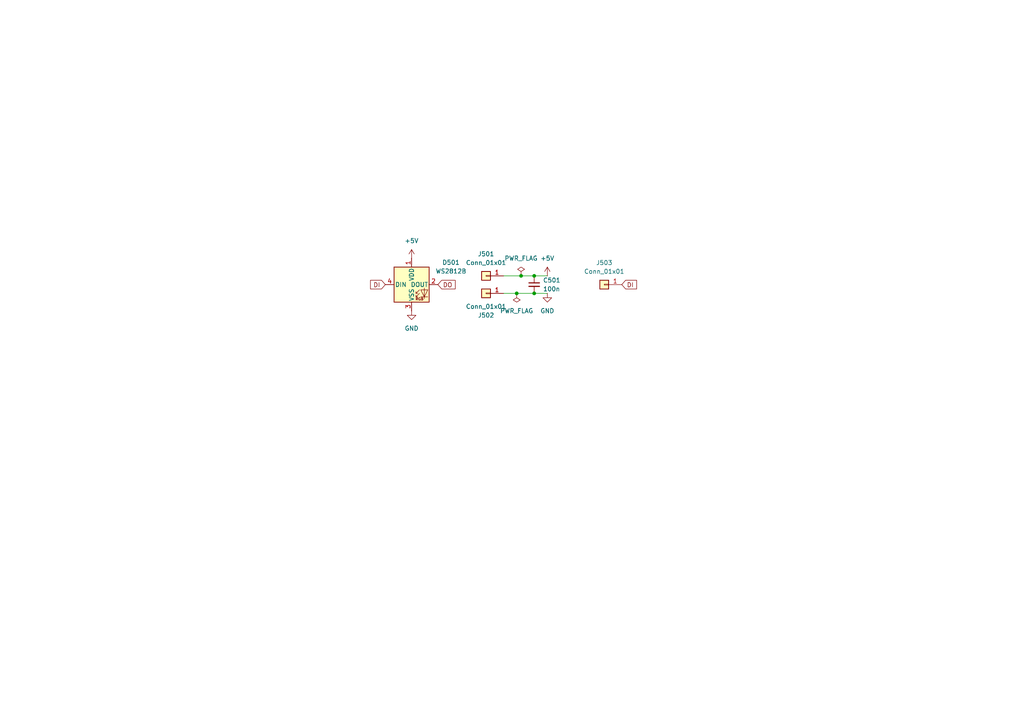
<source format=kicad_sch>
(kicad_sch (version 20250114) (generator "eeschema") (generator_version "9.0")
  (paper "A4")
  (lib_symbols
    (symbol "Connector_Generic:Conn_01x01" (pin_names (offset 1.016) (hide yes))
      (property "Reference" "J" (at 0 2.54 0))
      (property "Value" "Conn_01x01" (at 0 -2.54 0))
      (symbol "Conn_01x01_1_1"
        (rectangle (start -1.27 1.27) (end 1.27 -1.27) (stroke (width 0.254)) (fill (type background)))
        (rectangle (start -1.27 0.127) (end 0 -0.127) (stroke (width 0.1524)))
        (pin passive line (at -5.08 0 0) (length 3.81) (name "Pin_1") (number "1"))
      )
    )
    (symbol "Device:C_Small" (pin_numbers (hide yes)) (pin_names (offset 0.254) (hide yes))
      (property "Reference" "C" (at 0.254 1.778 0))
      (property "Value" "C_Small" (at 0.254 -2.032 0))
      (symbol "C_Small_0_1"
        (polyline (pts (xy -1.524 0.508) (xy 1.524 0.508)) (stroke (width 0.3048)))
        (polyline (pts (xy -1.524 -0.508) (xy 1.524 -0.508)) (stroke (width 0.3302)))
      )
      (symbol "C_Small_1_1"
        (pin passive line (at 0 2.54 270) (length 2.032) (name "~") (number "1"))
        (pin passive line (at 0 -2.54 90) (length 2.032) (name "~") (number "2"))
      )
    )
    (symbol "LED:WS2812B" (pin_names (offset 0.254))
      (property "Reference" "D" (at 5.08 5.715 0))
      (property "Value" "WS2812B" (at 1.27 -5.715 0))
      (symbol "WS2812B_0_0"
        (text "RGB" (at 2.286 -4.191 0) (effects (font (size 0.762 0.762))))
      )
      (symbol "WS2812B_0_1"
        (polyline (pts (xy 1.27 -2.54) (xy 1.778 -2.54)))
        (polyline (pts (xy 1.27 -3.556) (xy 1.778 -3.556)))
        (polyline (pts (xy 2.286 -1.524) (xy 1.27 -2.54) (xy 1.27 -2.032)))
        (polyline (pts (xy 2.286 -2.54) (xy 1.27 -3.556) (xy 1.27 -3.048)))
        (polyline (pts (xy 3.683 -1.016) (xy 3.683 -3.556) (xy 3.683 -4.064)))
        (polyline (pts (xy 4.699 -1.524) (xy 2.667 -1.524) (xy 3.683 -3.556) (xy 4.699 -1.524)))
        (polyline (pts (xy 4.699 -3.556) (xy 2.667 -3.556)))
        (rectangle (start 5.08 5.08) (end -5.08 -5.08) (stroke (width 0.254)) (fill (type background)))
      )
      (symbol "WS2812B_1_1"
        (pin input line (at -7.62 0 0) (length 2.54) (name "DIN") (number "4"))
        (pin power_in line (at 0 7.62 270) (length 2.54) (name "VDD") (number "1"))
        (pin power_in line (at 0 -7.62 90) (length 2.54) (name "VSS") (number "3"))
        (pin output line (at 7.62 0 180) (length 2.54) (name "DOUT") (number "2"))
      )
    )
    (symbol "power:+5V" (power) (pin_numbers (hide yes)) (pin_names (offset 0) (hide yes))
      (property "Value" "+5V" (at 0 3.556 0))
      (symbol "+5V_0_1"
        (polyline (pts (xy -0.762 1.27) (xy 0 2.54)))
        (polyline (pts (xy 0 2.54) (xy 0.762 1.27)))
        (polyline (pts (xy 0 0) (xy 0 2.54)))
      )
      (symbol "+5V_1_1"
        (pin power_in line (at 0 0 90) (length 0) (name "~") (number "1"))
      )
    )
    (symbol "power:GND" (power) (pin_numbers (hide yes)) (pin_names (offset 0) (hide yes))
      (property "Value" "GND" (at 0 -3.81 0))
      (symbol "GND_0_1"
        (polyline (pts (xy 0 0) (xy 0 -1.27) (xy 1.27 -1.27) (xy 0 -2.54) (xy -1.27 -1.27) (xy 0 -1.27)))
      )
      (symbol "GND_1_1"
        (pin power_in line (at 0 0 270) (length 0) (name "~") (number "1"))
      )
    )
    (symbol "power:PWR_FLAG" (power) (pin_numbers (hide yes)) (pin_names (offset 0) (hide yes))
      (property "Value" "PWR_FLAG" (at 0 3.81 0))
      (symbol "PWR_FLAG_0_0"
        (pin power_out line (at 0 0 90) (length 0) (name "~") (number "1"))
      )
      (symbol "PWR_FLAG_0_1"
        (polyline (pts (xy 0 0) (xy 0 1.27) (xy -1.016 1.905) (xy 0 2.54) (xy 1.016 1.905) (xy 0 1.27)))
      )
    )
  )
  (junction (at 154.94 85.09))
  (junction (at 154.94 80.01))
  (junction (at 151.13 80.01))
  (junction (at 149.86 85.09))
  (wire (pts (xy 154.94 80.01) (xy 158.75 80.01)))
  (wire (pts (xy 146.05 80.01) (xy 151.13 80.01)))
  (wire (pts (xy 149.86 85.09) (xy 146.05 85.09)))
  (wire (pts (xy 154.94 85.09) (xy 158.75 85.09)))
  (wire (pts (xy 151.13 80.01) (xy 154.94 80.01)))
  (wire (pts (xy 149.86 85.09) (xy 154.94 85.09)))
  (global_label "DI" (shape input) (at 180.34 82.55 0) (property "Intersheetrefs" "${INTERSHEET_REFS}" (effects (hide yes))))
  (global_label "DO" (shape input) (at 127 82.55 0) (property "Intersheetrefs" "${INTERSHEET_REFS}" (effects (hide yes))))
  (global_label "DI" (shape input) (at 111.76 82.55 180) (property "Intersheetrefs" "${INTERSHEET_REFS}" (effects (hide yes))))
  (symbol (lib_id "Connector_Generic:Conn_01x01") (at 140.97 85.09 0) (mirror y) (unit 1)
    (property "Reference" "J202" (at 140.97 91.44 0))
    (property "Value" "Conn_01x01" (at 140.97 88.9 0))
    (property "Footprint" "Connector_Wire:SolderWirePad_1x01_SMD_1.5x3mm" (effects (hide yes)))
    (property "Description" "Generic connector, single row, 01x01, script generated (kicad-library-utils/schlib/autogen/connector/)" (effects (hide yes)))
    (instances (project "PCB_Neopixel" (path "" (reference "J502") (unit 1)) (path "" (reference "J602") (unit 1)) (path "" (reference "J1002") (unit 1)) (path "" (reference "J302") (unit 1)) (path "" (reference "J702") (unit 1)) (path "" (reference "J402") (unit 1)) (path "" (reference "J202") (unit 1)) (path "" (reference "J902") (unit 1)) (path "" (reference "J1102") (unit 1)) (path "" (reference "J802") (unit 1))))
  )
  (symbol (lib_id "Connector_Generic:Conn_01x01") (at 140.97 80.01 180) (unit 1)
    (property "Reference" "J201" (at 140.97 73.66 0))
    (property "Value" "Conn_01x01" (at 140.97 76.2 0))
    (property "Footprint" "Connector_Wire:SolderWirePad_1x01_SMD_1.5x3mm" (effects (hide yes)))
    (property "Description" "Generic connector, single row, 01x01, script generated (kicad-library-utils/schlib/autogen/connector/)" (effects (hide yes)))
    (instances (project "PCB_Neopixel" (path "" (reference "J501") (unit 1)) (path "" (reference "J601") (unit 1)) (path "" (reference "J1001") (unit 1)) (path "" (reference "J301") (unit 1)) (path "" (reference "J701") (unit 1)) (path "" (reference "J401") (unit 1)) (path "" (reference "J201") (unit 1)) (path "" (reference "J901") (unit 1)) (path "" (reference "J1101") (unit 1)) (path "" (reference "J801") (unit 1))))
  )
  (symbol (lib_id "Connector_Generic:Conn_01x01") (at 175.26 82.55 180) (unit 1)
    (property "Reference" "J203" (at 175.26 76.2 0))
    (property "Value" "Conn_01x01" (at 175.26 78.74 0))
    (property "Footprint" "Connector_Wire:SolderWirePad_1x01_SMD_1.5x3mm" (effects (hide yes)))
    (property "Description" "Generic connector, single row, 01x01, script generated (kicad-library-utils/schlib/autogen/connector/)" (effects (hide yes)))
    (instances (project "PCB_Neopixel" (path "" (reference "J503") (unit 1)) (path "" (reference "J603") (unit 1)) (path "" (reference "J1003") (unit 1)) (path "" (reference "J303") (unit 1)) (path "" (reference "J703") (unit 1)) (path "" (reference "J403") (unit 1)) (path "" (reference "J203") (unit 1)) (path "" (reference "J903") (unit 1)) (path "" (reference "J1103") (unit 1)) (path "" (reference "J803") (unit 1))))
  )
  (symbol (lib_id "power:GND") (at 158.75 85.09 0) (unit 1)
    (property "Reference" "#PWR0204" (effects (hide yes)))
    (property "Value" "GND" (at 158.75 90.17 0))
    (property "Description" "Power symbol creates a global label with name \"GND\" , ground" (effects (hide yes)))
    (instances (project "PCB_Neopixel" (path "" (reference "#PWR0504") (unit 1)) (path "" (reference "#PWR0604") (unit 1)) (path "" (reference "#PWR01004") (unit 1)) (path "" (reference "#PWR0304") (unit 1)) (path "" (reference "#PWR0704") (unit 1)) (path "" (reference "#PWR0404") (unit 1)) (path "" (reference "#PWR0204") (unit 1)) (path "" (reference "#PWR0904") (unit 1)) (path "" (reference "#PWR01104") (unit 1)) (path "" (reference "#PWR0804") (unit 1))))
  )
  (symbol (lib_id "LED:WS2812B") (at 119.38 82.55 0) (unit 1)
    (property "Reference" "D201" (at 130.81 76.1298 0))
    (property "Value" "WS2812B" (at 130.81 78.6698 0))
    (property "Footprint" "LED_SMD:LED_WS2812B_PLCC4_5.0x5.0mm_P3.2mm" (effects (hide yes)))
    (property "Datasheet" "https://cdn-shop.adafruit.com/datasheets/WS2812B.pdf" (effects (hide yes)))
    (property "Description" "RGB LED with integrated controller" (effects (hide yes)))
    (instances (project "PCB_Neopixel" (path "" (reference "D501") (unit 1)) (path "" (reference "D601") (unit 1)) (path "" (reference "D1001") (unit 1)) (path "" (reference "D301") (unit 1)) (path "" (reference "D701") (unit 1)) (path "" (reference "D401") (unit 1)) (path "" (reference "D201") (unit 1)) (path "" (reference "D901") (unit 1)) (path "" (reference "D1101") (unit 1)) (path "" (reference "D801") (unit 1))))
  )
  (symbol (lib_id "power:+5V") (at 158.75 80.01 0) (unit 1)
    (property "Reference" "#PWR0203" (effects (hide yes)))
    (property "Value" "+5V" (at 158.75 74.93 0))
    (property "Description" "Power symbol creates a global label with name \"+5V\"" (effects (hide yes)))
    (instances (project "PCB_Neopixel" (path "" (reference "#PWR0503") (unit 1)) (path "" (reference "#PWR0603") (unit 1)) (path "" (reference "#PWR01003") (unit 1)) (path "" (reference "#PWR0303") (unit 1)) (path "" (reference "#PWR0703") (unit 1)) (path "" (reference "#PWR0403") (unit 1)) (path "" (reference "#PWR0203") (unit 1)) (path "" (reference "#PWR0903") (unit 1)) (path "" (reference "#PWR01103") (unit 1)) (path "" (reference "#PWR0803") (unit 1))))
  )
  (symbol (lib_id "power:+5V") (at 119.38 74.93 0) (unit 1)
    (property "Reference" "#PWR0201" (effects (hide yes)))
    (property "Value" "+5V" (at 119.38 69.85 0))
    (property "Description" "Power symbol creates a global label with name \"+5V\"" (effects (hide yes)))
    (instances (project "PCB_Neopixel" (path "" (reference "#PWR0501") (unit 1)) (path "" (reference "#PWR0601") (unit 1)) (path "" (reference "#PWR01001") (unit 1)) (path "" (reference "#PWR0301") (unit 1)) (path "" (reference "#PWR0701") (unit 1)) (path "" (reference "#PWR0401") (unit 1)) (path "" (reference "#PWR0201") (unit 1)) (path "" (reference "#PWR0901") (unit 1)) (path "" (reference "#PWR01101") (unit 1)) (path "" (reference "#PWR0801") (unit 1))))
  )
  (symbol (lib_id "power:PWR_FLAG") (at 149.86 85.09 180) (unit 1)
    (property "Reference" "#FLG0201" (effects (hide yes)))
    (property "Value" "PWR_FLAG" (at 149.86 90.17 0))
    (property "Description" "Special symbol for telling ERC where power comes from" (effects (hide yes)))
    (instances (project "PCB_Neopixel" (path "" (reference "#FLG0501") (unit 1)) (path "" (reference "#FLG0601") (unit 1)) (path "" (reference "#FLG01001") (unit 1)) (path "" (reference "#FLG0301") (unit 1)) (path "" (reference "#FLG0701") (unit 1)) (path "" (reference "#FLG0401") (unit 1)) (path "" (reference "#FLG0201") (unit 1)) (path "" (reference "#FLG0901") (unit 1)) (path "" (reference "#FLG01101") (unit 1)) (path "" (reference "#FLG0801") (unit 1))))
  )
  (symbol (lib_id "Device:C_Small") (at 154.94 82.55 0) (unit 1)
    (property "Reference" "C201" (at 157.48 81.2862 0) (effects (justify left)))
    (property "Value" "100n" (at 157.48 83.8262 0) (effects (justify left)))
    (property "Footprint" "Capacitor_SMD:C_0402_1005Metric" (effects (hide yes)))
    (property "Description" "Unpolarized capacitor, small symbol" (effects (hide yes)))
    (instances (project "PCB_Neopixel" (path "" (reference "C501") (unit 1)) (path "" (reference "C601") (unit 1)) (path "" (reference "C1001") (unit 1)) (path "" (reference "C301") (unit 1)) (path "" (reference "C701") (unit 1)) (path "" (reference "C401") (unit 1)) (path "" (reference "C201") (unit 1)) (path "" (reference "C901") (unit 1)) (path "" (reference "C1101") (unit 1)) (path "" (reference "C801") (unit 1))))
  )
  (symbol (lib_id "power:GND") (at 119.38 90.17 0) (unit 1)
    (property "Reference" "#PWR0202" (effects (hide yes)))
    (property "Value" "GND" (at 119.38 95.25 0))
    (property "Description" "Power symbol creates a global label with name \"GND\" , ground" (effects (hide yes)))
    (instances (project "PCB_Neopixel" (path "" (reference "#PWR0502") (unit 1)) (path "" (reference "#PWR0602") (unit 1)) (path "" (reference "#PWR01002") (unit 1)) (path "" (reference "#PWR0302") (unit 1)) (path "" (reference "#PWR0702") (unit 1)) (path "" (reference "#PWR0402") (unit 1)) (path "" (reference "#PWR0202") (unit 1)) (path "" (reference "#PWR0902") (unit 1)) (path "" (reference "#PWR01102") (unit 1)) (path "" (reference "#PWR0802") (unit 1))))
  )
  (symbol (lib_id "power:PWR_FLAG") (at 151.13 80.01 0) (unit 1)
    (property "Reference" "#FLG0202" (effects (hide yes)))
    (property "Value" "PWR_FLAG" (at 151.13 74.93 0))
    (property "Description" "Special symbol for telling ERC where power comes from" (effects (hide yes)))
    (instances (project "PCB_Neopixel" (path "" (reference "#FLG0502") (unit 1)) (path "" (reference "#FLG0602") (unit 1)) (path "" (reference "#FLG01002") (unit 1)) (path "" (reference "#FLG0302") (unit 1)) (path "" (reference "#FLG0702") (unit 1)) (path "" (reference "#FLG0402") (unit 1)) (path "" (reference "#FLG0202") (unit 1)) (path "" (reference "#FLG0902") (unit 1)) (path "" (reference "#FLG01102") (unit 1)) (path "" (reference "#FLG0802") (unit 1))))
  )
)
</source>
